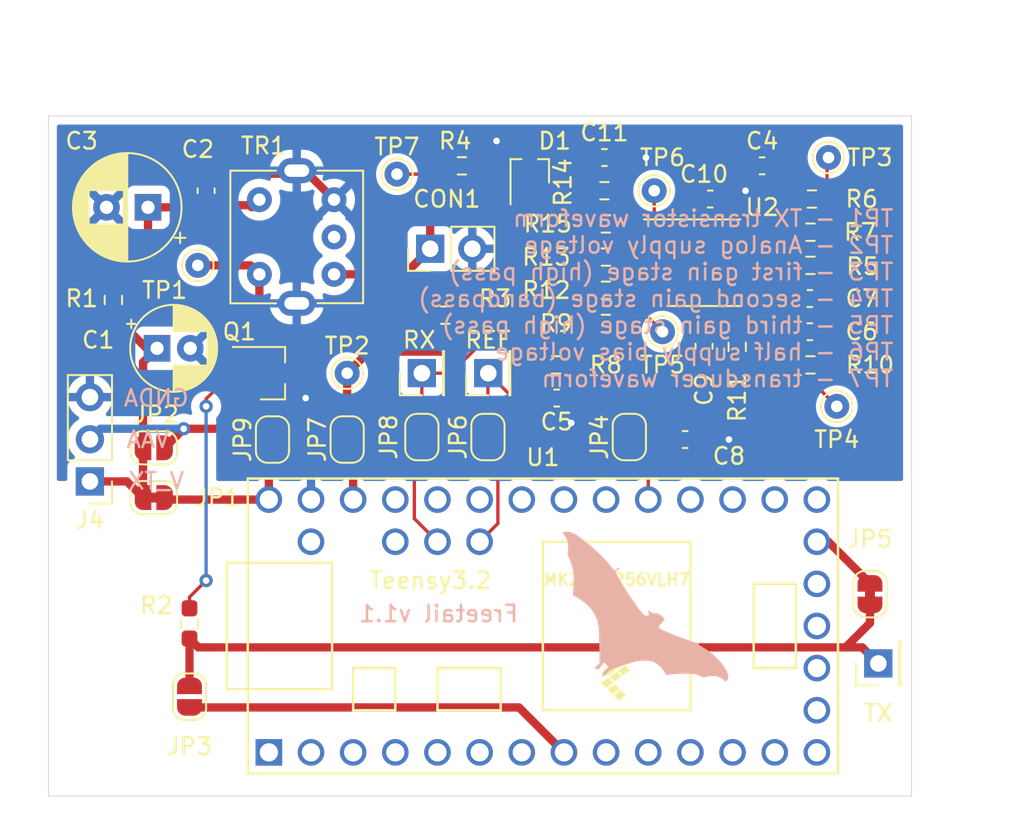
<source format=kicad_pcb>
(kicad_pcb (version 20211014) (generator pcbnew)
  (layers (0 "F.Cu" signal) (31 "B.Cu" signal) (34 "B.Paste" user) (35 "F.Paste" user) (36 "B.SilkS" user "B.Silkscreen") (37 "F.SilkS" user "F.Silkscreen") (38 "B.Mask" user) (39 "F.Mask" user) (44 "Edge.Cuts" user))
  (net 0 "")
  (net 1 "Net-(C2-Pad2)")
  (net 2 "Net-(C4-Pad2)")
  (net 3 "Net-(C4-Pad1)")
  (net 4 "Net-(C5-Pad2)")
  (net 5 "Net-(C6-Pad2)")
  (net 6 "Net-(C6-Pad1)")
  (net 7 "Net-(C7-Pad1)")
  (net 8 "Net-(C8-Pad1)")
  (net 9 "Net-(C9-Pad2)")
  (net 10 "Net-(C9-Pad1)")
  (net 11 "VAA")
  (net 12 "Net-(C11-Pad2)")
  (net 13 "Net-(CON1-Pad1)")
  (net 14 "Net-(J1-Pad1)")
  (net 15 "+5V")
  (net 16 "Net-(JP3-Pad2)")
  (net 17 "Net-(JP4-Pad1)")
  (net 18 "Net-(JP5-Pad2)")
  (net 19 "Net-(JP6-Pad1)")
  (net 20 "Net-(JP7-Pad1)")
  (net 21 "Net-(JP8-Pad2)")
  (net 22 "Net-(Q1-Pad3)")
  (net 23 "Net-(Q1-Pad1)")
  (net 24 "Net-(R5-Pad1)")
  (net 25 "Net-(R6-Pad1)")
  (net 26 "Net-(R12-Pad1)")
  (net 27 "Net-(R15-Pad2)")
  (net 28 "Net-(R8-Pad1)")
  (net 29 "Net-(R15-Pad1)")
  (net 60 "Net-(U2-Pad5)")
  (net 61 "Net-(U2-Pad10)")
  (net 62 "Net-(U2-Pad12)")
  (net 63 "GNDA")
  (net 64 "/V_TX")
  (footprint "Capacitor_THT:CP_Radial_D5.0mm_P2.00mm" (layer "F.Cu") (at 40.044888 35)
    (fp_text reference "C1" (at -3.544888 -0.5) (layer "F.SilkS"))
    (fp_text value "100uF")
    (pad "1" thru_hole rect locked (at 0 0) (size 1.6 1.6) (drill 0.8) (layers *.Cu *.Mask) (net 64 "/V_TX"))
    (pad "2" thru_hole circle locked (at 2 0) (size 1.6 1.6) (drill 0.8) (layers *.Cu *.Mask) (net 63 "GNDA"))
  )
  (footprint "Capacitor_SMD:C_0603_1608Metric_Pad1.08x0.95mm_HandSolder" (layer "F.Cu") (at 43 25.5 -90)
    (fp_text reference "C2" (at -2.5 0.5) (layer "F.SilkS"))
    (fp_text value "100nF")
    (pad "1" smd roundrect locked (at -0.8625 0 270) (size 1.075 0.95) (layers "F.Cu" "F.Paste" "F.Mask") (net 63 "GNDA"))
    (pad "2" smd roundrect locked (at 0.8625 0 270) (size 1.075 0.95) (layers "F.Cu" "F.Paste" "F.Mask") (net 1 "Net-(C2-Pad2)"))
  )
  (footprint "Capacitor_THT:CP_Radial_D6.3mm_P2.50mm" (layer "F.Cu") (at 39.5 26.5 180)
    (fp_text reference "C3" (at 4 4) (layer "F.SilkS"))
    (fp_text value "470uF")
    (pad "1" thru_hole rect locked (at 0 0 180) (size 1.6 1.6) (drill 0.8) (layers *.Cu *.Mask) (net 1 "Net-(C2-Pad2)"))
    (pad "2" thru_hole circle locked (at 2.5 0 180) (size 1.6 1.6) (drill 0.8) (layers *.Cu *.Mask) (net 63 "GNDA"))
  )
  (footprint "Capacitor_SMD:C_0603_1608Metric_Pad1.08x0.95mm_HandSolder" (layer "F.Cu") (at 76.5 24 180)
    (fp_text reference "C4" (at 0 1.5 180) (layer "F.SilkS"))
    (fp_text value "1.5nF")
    (pad "1" smd roundrect locked (at -0.8625 0 180) (size 1.075 0.95) (layers "F.Cu" "F.Paste" "F.Mask") (net 3 "Net-(C4-Pad1)"))
    (pad "2" smd roundrect locked (at 0.8625 0 180) (size 1.075 0.95) (layers "F.Cu" "F.Paste" "F.Mask") (net 2 "Net-(C4-Pad2)"))
  )
  (footprint "Capacitor_SMD:C_0603_1608Metric_Pad1.08x0.95mm_HandSolder" (layer "F.Cu") (at 79.375 34)
    (fp_text reference "C6" (at 3.125 0) (layer "F.SilkS"))
    (fp_text value "620pF")
    (pad "1" smd roundrect locked (at -0.8625 0) (size 1.075 0.95) (layers "F.Cu" "F.Paste" "F.Mask") (net 6 "Net-(C6-Pad1)"))
    (pad "2" smd roundrect locked (at 0.8625 0) (size 1.075 0.95) (layers "F.Cu" "F.Paste" "F.Mask") (net 5 "Net-(C6-Pad2)"))
  )
  (footprint "Capacitor_SMD:C_0603_1608Metric_Pad1.08x0.95mm_HandSolder" (layer "F.Cu") (at 79.375 32)
    (fp_text reference "C7" (at 3.125 0) (layer "F.SilkS"))
    (fp_text value "620pF")
    (pad "1" smd roundrect locked (at -0.8625 0) (size 1.075 0.95) (layers "F.Cu" "F.Paste" "F.Mask") (net 7 "Net-(C7-Pad1)"))
    (pad "2" smd roundrect locked (at 0.8625 0) (size 1.075 0.95) (layers "F.Cu" "F.Paste" "F.Mask") (net 5 "Net-(C6-Pad2)"))
  )
  (footprint "Capacitor_SMD:C_0603_1608Metric_Pad1.08x0.95mm_HandSolder" (layer "F.Cu") (at 71.8625 40.5)
    (fp_text reference "C8" (at 2.6375 1) (layer "F.SilkS"))
    (fp_text value "15nF")
    (pad "1" smd roundrect locked (at -0.8625 0) (size 1.075 0.95) (layers "F.Cu" "F.Paste" "F.Mask") (net 8 "Net-(C8-Pad1)"))
    (pad "2" smd roundrect locked (at 0.8625 0) (size 1.075 0.95) (layers "F.Cu" "F.Paste" "F.Mask") (net 63 "GNDA"))
  )
  (footprint "Capacitor_SMD:C_0603_1608Metric_Pad1.08x0.95mm_HandSolder" (layer "F.Cu") (at 73 34.875 -90)
    (fp_text reference "C9" (at 2.625 0 -90) (layer "F.SilkS"))
    (fp_text value "1nF")
    (pad "1" smd roundrect locked (at -0.8625 0 270) (size 1.075 0.95) (layers "F.Cu" "F.Paste" "F.Mask") (net 10 "Net-(C9-Pad1)"))
    (pad "2" smd roundrect locked (at 0.8625 0 270) (size 1.075 0.95) (layers "F.Cu" "F.Paste" "F.Mask") (net 9 "Net-(C9-Pad2)"))
  )
  (footprint "Capacitor_SMD:C_0603_1608Metric_Pad1.08x0.95mm_HandSolder" (layer "F.Cu") (at 73.375 26 180)
    (fp_text reference "C10" (at 0.375 1.5 180) (layer "F.SilkS"))
    (fp_text value "2.2uF")
    (pad "1" smd roundrect locked (at -0.8625 0 180) (size 1.075 0.95) (layers "F.Cu" "F.Paste" "F.Mask") (net 63 "GNDA"))
    (pad "2" smd roundrect locked (at 0.8625 0 180) (size 1.075 0.95) (layers "F.Cu" "F.Paste" "F.Mask") (net 11 "VAA"))
  )
  (footprint "Connector_PinHeader_2.54mm:PinHeader_1x02_P2.54mm_Vertical" (layer "F.Cu") (at 56.5 29 90)
    (fp_text reference "CON1" (at 3 1 180) (layer "F.SilkS"))
    (fp_text value "Transducer")
    (pad "1" thru_hole rect locked (at 0 0 90) (size 1.7 1.7) (drill 1) (layers *.Cu *.Mask) (net 13 "Net-(CON1-Pad1)"))
    (pad "2" thru_hole oval locked (at 0 2.54 90) (size 1.7 1.7) (drill 1) (layers *.Cu *.Mask) (net 63 "GNDA"))
  )
  (footprint "Package_TO_SOT_SMD:SOT-323_SC-70_Handsoldering" (layer "F.Cu") (at 62.5 24.33 90)
    (fp_text reference "D1" (at 1.83 1.5 180) (layer "F.SilkS"))
    (fp_text value "BAV99")
    (pad "1" smd rect locked (at -1.33 -0.65) (size 0.45 1.5) (layers "F.Cu" "F.Paste" "F.Mask") (net 2 "Net-(C4-Pad2)"))
    (pad "2" smd rect locked (at -1.33 0.65) (size 0.45 1.5) (layers "F.Cu" "F.Paste" "F.Mask") (net 2 "Net-(C4-Pad2)"))
    (pad "3" smd rect locked (at 1.33 0) (size 0.45 1.5) (layers "F.Cu" "F.Paste" "F.Mask") (net 63 "GNDA"))
  )
  (footprint "Connector_PinHeader_2.54mm:PinHeader_1x01_P2.54mm_Vertical" (layer "F.Cu") (at 83.5 54 90)
    (fp_text reference "J1")
    (fp_text value "TX" (at -3 0 180) (layer "F.SilkS"))
    (pad "1" thru_hole rect locked (at 0 0 90) (size 1.7 1.7) (drill 1) (layers *.Cu *.Mask) (net 14 "Net-(J1-Pad1)"))
  )
  (footprint "Connector_PinHeader_2.54mm:PinHeader_1x01_P2.54mm_Vertical" (layer "F.Cu") (at 60 36.5 90)
    (fp_text reference "J2")
    (fp_text value "REF" (at 2 0 180) (layer "F.SilkS"))
    (pad "1" thru_hole rect locked (at 0 0 90) (size 1.7 1.7) (drill 1) (layers *.Cu *.Mask) (net 4 "Net-(C5-Pad2)"))
  )
  (footprint "Connector_PinHeader_2.54mm:PinHeader_1x01_P2.54mm_Vertical" (layer "F.Cu") (at 56 36.5 90)
    (fp_text reference "J3")
    (fp_text value "RX" (at 2 -0.165 180) (layer "F.SilkS"))
    (pad "1" thru_hole rect locked (at 0 0 90) (size 1.7 1.7) (drill 1) (layers *.Cu *.Mask) (net 8 "Net-(C8-Pad1)"))
  )
  (footprint "Jumper:SolderJumper-2_P1.3mm_Bridged_RoundedPad1.0x1.5mm" (layer "F.Cu") (at 39.85 44 180)
    (fp_text reference "JP1" (at -3.85 0) (layer "F.SilkS"))
    (fp_text value "SolderJumper_2_Bridged")
    (fp_poly (pts (xy 0.25 -0.3) (xy -0.25 -0.3) (xy -0.25 0.3) (xy 0.25 0.3)) (layer "F.Cu") (width 0) (fill solid))
    (pad "1" smd custom locked (at -0.65 0 180) (size 1 0.5) (layers "F.Cu" "F.Mask") (net 15 "+5V") (options (clearance outline) (anchor rect)) (primitives (gr_circle (center 0 0.25) (end 0.5 0.25) (width 0) (fill yes)) (gr_circle (center 0 -0.25) (end 0.5 -0.25) (width 0) (fill yes)) (gr_poly (pts (xy 0.5 0.75) (xy 0 0.75) (xy 0 -0.75) (xy 0.5 -0.75)) (width 0) (fill yes))))
    (pad "2" smd custom locked (at 0.65 0 180) (size 1 0.5) (layers "F.Cu" "F.Mask") (net 64 "/V_TX") (options (clearance outline) (anchor rect)) (primitives (gr_circle (center 0 0.25) (end 0.5 0.25) (width 0) (fill yes)) (gr_circle (center 0 -0.25) (end 0.5 -0.25) (width 0) (fill yes)) (gr_poly (pts (xy 0 0.75) (xy -0.5 0.75) (xy -0.5 -0.75) (xy 0 -0.75)) (width 0) (fill yes))))
  )
  (footprint "Jumper:SolderJumper-2_P1.3mm_Open_RoundedPad1.0x1.5mm" (layer "F.Cu") (at 39.85 41)
    (fp_text reference "JP2" (at 0.15 -2) (layer "F.SilkS"))
    (fp_text value "SolderJumper_2_Open")
    (pad "1" smd custom locked (at -0.65 0) (size 1 0.5) (layers "F.Cu" "F.Mask") (net 64 "/V_TX") (options (clearance outline) (anchor rect)) (primitives (gr_circle (center 0 0.25) (end 0.5 0.25) (width 0) (fill yes)) (gr_circle (center 0 -0.25) (end 0.5 -0.25) (width 0) (fill yes)) (gr_poly (pts (xy 0.5 0.75) (xy 0 0.75) (xy 0 -0.75) (xy 0.5 -0.75)) (width 0) (fill yes))))
    (pad "2" smd custom locked (at 0.65 0) (size 1 0.5) (layers "F.Cu" "F.Mask") (net 11 "VAA") (options (clearance outline) (anchor rect)) (primitives (gr_circle (center 0 0.25) (end 0.5 0.25) (width 0) (fill yes)) (gr_circle (center 0 -0.25) (end 0.5 -0.25) (width 0) (fill yes)) (gr_poly (pts (xy 0 0.75) (xy -0.5 0.75) (xy -0.5 -0.75) (xy 0 -0.75)) (width 0) (fill yes))))
  )
  (footprint "Jumper:SolderJumper-2_P1.3mm_Open_RoundedPad1.0x1.5mm" (layer "F.Cu") (at 42 56 -90)
    (fp_text reference "JP3" (at 3 0 180) (layer "F.SilkS"))
    (fp_text value "SolderJumper_2_Open")
    (pad "1" smd custom locked (at -0.65 0 270) (size 1 0.5) (layers "F.Cu" "F.Mask") (net 14 "Net-(J1-Pad1)") (options (clearance outline) (anchor rect)) (primitives (gr_circle (center 0 0.25) (end 0.5 0.25) (width 0) (fill yes)) (gr_circle (center 0 -0.25) (end 0.5 -0.25) (width 0) (fill yes)) (gr_poly (pts (xy 0.5 0.75) (xy 0 0.75) (xy 0 -0.75) (xy 0.5 -0.75)) (width 0) (fill yes))))
    (pad "2" smd custom locked (at 0.65 0 270) (size 1 0.5) (layers "F.Cu" "F.Mask") (net 16 "Net-(JP3-Pad2)") (options (clearance outline) (anchor rect)) (primitives (gr_circle (center 0 0.25) (end 0.5 0.25) (width 0) (fill yes)) (gr_circle (center 0 -0.25) (end 0.5 -0.25) (width 0) (fill yes)) (gr_poly (pts (xy 0 0.75) (xy -0.5 0.75) (xy -0.5 -0.75) (xy 0 -0.75)) (width 0) (fill yes))))
  )
  (footprint "Jumper:SolderJumper-2_P1.3mm_Bridged_RoundedPad1.0x1.5mm" (layer "F.Cu") (at 68.5 40.35 90)
    (fp_text reference "JP4" (at 0 -1.8 90) (layer "F.SilkS"))
    (fp_text value "SolderJumper_2_Bridged")
    (fp_poly (pts (xy 0.25 -0.3) (xy -0.25 -0.3) (xy -0.25 0.3) (xy 0.25 0.3)) (layer "F.Cu") (width 0) (fill solid))
    (pad "1" smd custom locked (at -0.65 0 90) (size 1 0.5) (layers "F.Cu" "F.Mask") (net 17 "Net-(JP4-Pad1)") (options (clearance outline) (anchor rect)) (primitives (gr_circle (center 0 0.25) (end 0.5 0.25) (width 0) (fill yes)) (gr_circle (center 0 -0.25) (end 0.5 -0.25) (width 0) (fill yes)) (gr_poly (pts (xy 0.5 0.75) (xy 0 0.75) (xy 0 -0.75) (xy 0.5 -0.75)) (width 0) (fill yes))))
    (pad "2" smd custom locked (at 0.65 0 90) (size 1 0.5) (layers "F.Cu" "F.Mask") (net 8 "Net-(C8-Pad1)") (options (clearance outline) (anchor rect)) (primitives (gr_circle (center 0 0.25) (end 0.5 0.25) (width 0) (fill yes)) (gr_circle (center 0 -0.25) (end 0.5 -0.25) (width 0) (fill yes)) (gr_poly (pts (xy 0 0.75) (xy -0.5 0.75) (xy -0.5 -0.75) (xy 0 -0.75)) (width 0) (fill yes))))
  )
  (footprint "Jumper:SolderJumper-2_P1.3mm_Bridged_RoundedPad1.0x1.5mm" (layer "F.Cu") (at 83 49.82 90)
    (fp_text reference "JP5" (at 3.32 0 180) (layer "F.SilkS"))
    (fp_text value "SolderJumper_2_Bridged")
    (fp_poly (pts (xy 0.25 -0.3) (xy -0.25 -0.3) (xy -0.25 0.3) (xy 0.25 0.3)) (layer "F.Cu") (width 0) (fill solid))
    (pad "1" smd custom locked (at -0.65 0 90) (size 1 0.5) (layers "F.Cu" "F.Mask") (net 14 "Net-(J1-Pad1)") (options (clearance outline) (anchor rect)) (primitives (gr_circle (center 0 0.25) (end 0.5 0.25) (width 0) (fill yes)) (gr_circle (center 0 -0.25) (end 0.5 -0.25) (width 0) (fill yes)) (gr_poly (pts (xy 0.5 0.75) (xy 0 0.75) (xy 0 -0.75) (xy 0.5 -0.75)) (width 0) (fill yes))))
    (pad "2" smd custom locked (at 0.65 0 90) (size 1 0.5) (layers "F.Cu" "F.Mask") (net 18 "Net-(JP5-Pad2)") (options (clearance outline) (anchor rect)) (primitives (gr_circle (center 0 0.25) (end 0.5 0.25) (width 0) (fill yes)) (gr_circle (center 0 -0.25) (end 0.5 -0.25) (width 0) (fill yes)) (gr_poly (pts (xy 0 0.75) (xy -0.5 0.75) (xy -0.5 -0.75) (xy 0 -0.75)) (width 0) (fill yes))))
  )
  (footprint "Jumper:SolderJumper-2_P1.3mm_Bridged_RoundedPad1.0x1.5mm" (layer "F.Cu") (at 59.98 40.35 90)
    (fp_text reference "JP6" (at 0 -1.8 90) (layer "F.SilkS"))
    (fp_text value "SolderJumper_2_Bridged")
    (fp_poly (pts (xy 0.25 -0.3) (xy -0.25 -0.3) (xy -0.25 0.3) (xy 0.25 0.3)) (layer "F.Cu") (width 0) (fill solid))
    (pad "1" smd custom locked (at -0.65 0 90) (size 1 0.5) (layers "F.Cu" "F.Mask") (net 19 "Net-(JP6-Pad1)") (options (clearance outline) (anchor rect)) (primitives (gr_circle (center 0 0.25) (end 0.5 0.25) (width 0) (fill yes)) (gr_circle (center 0 -0.25) (end 0.5 -0.25) (width 0) (fill yes)) (gr_poly (pts (xy 0.5 0.75) (xy 0 0.75) (xy 0 -0.75) (xy 0.5 -0.75)) (width 0) (fill yes))))
    (pad "2" smd custom locked (at 0.65 0 90) (size 1 0.5) (layers "F.Cu" "F.Mask") (net 4 "Net-(C5-Pad2)") (options (clearance outline) (anchor rect)) (primitives (gr_circle (center 0 0.25) (end 0.5 0.25) (width 0) (fill yes)) (gr_circle (center 0 -0.25) (end 0.5 -0.25) (width 0) (fill yes)) (gr_poly (pts (xy 0 0.75) (xy -0.5 0.75) (xy -0.5 -0.75) (xy 0 -0.75)) (width 0) (fill yes))))
  )
  (footprint "Jumper:SolderJumper-2_P1.3mm_Bridged_RoundedPad1.0x1.5mm" (layer "F.Cu") (at 51.5 40.5 90)
    (fp_text reference "JP7" (at 0 -1.8 90) (layer "F.SilkS"))
    (fp_text value "SolderJumper_2_Bridged" hide)
    (fp_poly (pts (xy 0.25 -0.3) (xy -0.25 -0.3) (xy -0.25 0.3) (xy 0.25 0.3)) (layer "F.Cu") (width 0) (fill solid))
    (pad "1" smd custom locked (at -0.65 0 90) (size 1 0.5) (layers "F.Cu" "F.Mask") (net 20 "Net-(JP7-Pad1)") (options (clearance outline) (anchor rect)) (primitives (gr_circle (center 0 0.25) (end 0.5 0.25) (width 0) (fill yes)) (gr_circle (center 0 -0.25) (end 0.5 -0.25) (width 0) (fill yes)) (gr_poly (pts (xy 0.5 0.75) (xy 0 0.75) (xy 0 -0.75) (xy 0.5 -0.75)) (width 0) (fill yes))))
    (pad "2" smd custom locked (at 0.65 0 90) (size 1 0.5) (layers "F.Cu" "F.Mask") (net 11 "VAA") (options (clearance outline) (anchor rect)) (primitives (gr_circle (center 0 0.25) (end 0.5 0.25) (width 0) (fill yes)) (gr_circle (center 0 -0.25) (end 0.5 -0.25) (width 0) (fill yes)) (gr_poly (pts (xy 0 0.75) (xy -0.5 0.75) (xy -0.5 -0.75) (xy 0 -0.75)) (width 0) (fill yes))))
  )
  (footprint "Jumper:SolderJumper-2_P1.3mm_Bridged_RoundedPad1.0x1.5mm" (layer "F.Cu") (at 56 40.35 -90)
    (fp_text reference "JP8" (at 0 2 90) (layer "F.SilkS"))
    (fp_text value "SolderJumper_2_Bridged")
    (fp_poly (pts (xy 0.25 -0.3) (xy -0.25 -0.3) (xy -0.25 0.3) (xy 0.25 0.3)) (layer "F.Cu") (width 0) (fill solid))
    (pad "1" smd custom locked (at -0.65 0 270) (size 1 0.5) (layers "F.Cu" "F.Mask") (net 8 "Net-(C8-Pad1)") (options (clearance outline) (anchor rect)) (primitives (gr_circle (center 0 0.25) (end 0.5 0.25) (width 0) (fill yes)) (gr_circle (center 0 -0.25) (end 0.5 -0.25) (width 0) (fill yes)) (gr_poly (pts (xy 0.5 0.75) (xy 0 0.75) (xy 0 -0.75) (xy 0.5 -0.75)) (width 0) (fill yes))))
    (pad "2" smd custom locked (at 0.65 0 270) (size 1 0.5) (layers "F.Cu" "F.Mask") (net 21 "Net-(JP8-Pad2)") (options (clearance outline) (anchor rect)) (primitives (gr_circle (center 0 0.25) (end 0.5 0.25) (width 0) (fill yes)) (gr_circle (center 0 -0.25) (end 0.5 -0.25) (width 0) (fill yes)) (gr_poly (pts (xy 0 0.75) (xy -0.5 0.75) (xy -0.5 -0.75) (xy 0 -0.75)) (width 0) (fill yes))))
  )
  (footprint "Jumper:SolderJumper-2_P1.3mm_Open_RoundedPad1.0x1.5mm" (layer "F.Cu") (at 47 40.5 90)
    (fp_text reference "JP9" (at 0 -1.8 90) (layer "F.SilkS"))
    (fp_text value "SolderJumper_2_Open" hide)
    (pad "1" smd custom locked (at -0.65 0 90) (size 1 0.5) (layers "F.Cu" "F.Mask") (net 15 "+5V") (options (clearance outline) (anchor rect)) (primitives (gr_circle (center 0 0.25) (end 0.5 0.25) (width 0) (fill yes)) (gr_circle (center 0 -0.25) (end 0.5 -0.25) (width 0) (fill yes)) (gr_poly (pts (xy 0.5 0.75) (xy 0 0.75) (xy 0 -0.75) (xy 0.5 -0.75)) (width 0) (fill yes))))
    (pad "2" smd custom locked (at 0.65 0 90) (size 1 0.5) (layers "F.Cu" "F.Mask") (net 11 "VAA") (options (clearance outline) (anchor rect)) (primitives (gr_circle (center 0 0.25) (end 0.5 0.25) (width 0) (fill yes)) (gr_circle (center 0 -0.25) (end 0.5 -0.25) (width 0) (fill yes)) (gr_poly (pts (xy 0 0.75) (xy -0.5 0.75) (xy -0.5 -0.75) (xy 0 -0.75)) (width 0) (fill yes))))
  )
  (footprint "Package_TO_SOT_SMD:SOT-23_Handsoldering" (layer "F.Cu") (at 47 36.5)
    (fp_text reference "Q1" (at -2 -2.5) (layer "F.SilkS"))
    (fp_text value "S8050")
    (pad "1" smd rect locked (at -1.5 -0.95) (size 1.9 0.8) (layers "F.Cu" "F.Paste" "F.Mask") (net 23 "Net-(Q1-Pad1)"))
    (pad "2" smd rect locked (at -1.5 0.95) (size 1.9 0.8) (layers "F.Cu" "F.Paste" "F.Mask") (net 63 "GNDA"))
    (pad "3" smd rect locked (at 1.5 0) (size 1.9 0.8) (layers "F.Cu" "F.Paste" "F.Mask") (net 22 "Net-(Q1-Pad3)"))
  )
  (footprint "Resistor_SMD:R_0603_1608Metric_Pad0.98x0.95mm_HandSolder" (layer "F.Cu") (at 37.4125 32.0875 -90)
    (fp_text reference "R1" (at -0.0875 1.9125 180) (layer "F.SilkS"))
    (fp_text value "27R")
    (pad "1" smd roundrect locked (at -0.9125 0 270) (size 0.975 0.95) (layers "F.Cu" "F.Paste" "F.Mask") (net 1 "Net-(C2-Pad2)"))
    (pad "2" smd roundrect locked (at 0.9125 0 270) (size 0.975 0.95) (layers "F.Cu" "F.Paste" "F.Mask") (net 64 "/V_TX"))
  )
  (footprint "Resistor_SMD:R_0603_1608Metric_Pad0.98x0.95mm_HandSolder" (layer "F.Cu") (at 42 51.5875 90)
    (fp_text reference "R2" (at 1.0875 -2 180) (layer "F.SilkS"))
    (fp_text value "1k")
    (pad "1" smd roundrect locked (at -0.9125 0 90) (size 0.975 0.95) (layers "F.Cu" "F.Paste" "F.Mask") (net 14 "Net-(J1-Pad1)"))
    (pad "2" smd roundrect locked (at 0.9125 0 90) (size 0.975 0.95) (layers "F.Cu" "F.Paste" "F.Mask") (net 23 "Net-(Q1-Pad1)"))
  )
  (footprint "Resistor_SMD:R_0603_1608Metric_Pad0.98x0.95mm_HandSolder" (layer "F.Cu") (at 57.4125 33 180)
    (fp_text reference "R3" (at -3 1) (layer "F.SilkS"))
    (fp_text value "56k")
    (pad "1" smd roundrect locked (at -0.9125 0 180) (size 0.975 0.95) (layers "F.Cu" "F.Paste" "F.Mask") (net 63 "GNDA"))
    (pad "2" smd roundrect locked (at 0.9125 0 180) (size 0.975 0.95) (layers "F.Cu" "F.Paste" "F.Mask") (net 13 "Net-(CON1-Pad1)"))
  )
  (footprint "Resistor_SMD:R_0603_1608Metric_Pad0.98x0.95mm_HandSolder" (layer "F.Cu") (at 58.4125 24 180)
    (fp_text reference "R4" (at 0.4125 1.5) (layer "F.SilkS"))
    (fp_text value "10k")
    (pad "1" smd roundrect locked (at -0.9125 0 180) (size 0.975 0.95) (layers "F.Cu" "F.Paste" "F.Mask") (net 2 "Net-(C4-Pad2)"))
    (pad "2" smd roundrect locked (at 0.9125 0 180) (size 0.975 0.95) (layers "F.Cu" "F.Paste" "F.Mask") (net 13 "Net-(CON1-Pad1)"))
  )
  (footprint "Resistor_SMD:R_0603_1608Metric_Pad0.98x0.95mm_HandSolder" (layer "F.Cu") (at 79.4125 30)
    (fp_text reference "R5" (at 3.1325 0.07) (layer "F.SilkS"))
    (fp_text value "1k")
    (pad "1" smd roundrect locked (at -0.9125 0) (size 0.975 0.95) (layers "F.Cu" "F.Paste" "F.Mask") (net 24 "Net-(R5-Pad1)"))
    (pad "2" smd roundrect locked (at 0.9125 0) (size 0.975 0.95) (layers "F.Cu" "F.Paste" "F.Mask") (net 5 "Net-(C6-Pad2)"))
  )
  (footprint "Resistor_SMD:R_0603_1608Metric_Pad0.98x0.95mm_HandSolder" (layer "F.Cu") (at 79.5 26 180)
    (fp_text reference "R6" (at -3 0) (layer "F.SilkS"))
    (fp_text value "120k")
    (pad "1" smd roundrect locked (at -0.9125 0 180) (size 0.975 0.95) (layers "F.Cu" "F.Paste" "F.Mask") (net 25 "Net-(R6-Pad1)"))
    (pad "2" smd roundrect locked (at 0.9125 0 180) (size 0.975 0.95) (layers "F.Cu" "F.Paste" "F.Mask") (net 3 "Net-(C4-Pad1)"))
  )
  (footprint "Resistor_SMD:R_0603_1608Metric_Pad0.98x0.95mm_HandSolder" (layer "F.Cu") (at 79.4125 28 180)
    (fp_text reference "R7" (at -3 0) (layer "F.SilkS"))
    (fp_text value "6k8")
    (pad "1" smd roundrect locked (at -0.9125 0 180) (size 0.975 0.95) (layers "F.Cu" "F.Paste" "F.Mask") (net 5 "Net-(C6-Pad2)"))
    (pad "2" smd roundrect locked (at 0.9125 0 180) (size 0.975 0.95) (layers "F.Cu" "F.Paste" "F.Mask") (net 25 "Net-(R6-Pad1)"))
  )
  (footprint "Resistor_SMD:R_0603_1608Metric_Pad0.98x0.95mm_HandSolder" (layer "F.Cu") (at 64.0875 36 180)
    (fp_text reference "R8" (at -3 0) (layer "F.SilkS"))
    (fp_text value "100R")
    (pad "1" smd roundrect locked (at -0.9125 0 180) (size 0.975 0.95) (layers "F.Cu" "F.Paste" "F.Mask") (net 28 "Net-(R8-Pad1)"))
    (pad "2" smd roundrect locked (at 0.9125 0 180) (size 0.975 0.95) (layers "F.Cu" "F.Paste" "F.Mask") (net 4 "Net-(C5-Pad2)"))
  )
  (footprint "Resistor_SMD:R_0603_1608Metric_Pad0.98x0.95mm_HandSolder" (layer "F.Cu") (at 67.0875 33.5)
    (fp_text reference "R9" (at -3 0) (layer "F.SilkS"))
    (fp_text value "100R")
    (pad "1" smd roundrect locked (at -0.9125 0) (size 0.975 0.95) (layers "F.Cu" "F.Paste" "F.Mask") (net 8 "Net-(C8-Pad1)"))
    (pad "2" smd roundrect locked (at 0.9125 0) (size 0.975 0.95) (layers "F.Cu" "F.Paste" "F.Mask") (net 26 "Net-(R12-Pad1)"))
  )
  (footprint "Resistor_SMD:R_0603_1608Metric_Pad0.98x0.95mm_HandSolder" (layer "F.Cu") (at 79.4125 36)
    (fp_text reference "R10" (at 3.5875 0) (layer "F.SilkS"))
    (fp_text value "56k")
    (pad "1" smd roundrect locked (at -0.9125 0) (size 0.975 0.95) (layers "F.Cu" "F.Paste" "F.Mask") (net 6 "Net-(C6-Pad1)"))
    (pad "2" smd roundrect locked (at 0.9125 0) (size 0.975 0.95) (layers "F.Cu" "F.Paste" "F.Mask") (net 7 "Net-(C7-Pad1)"))
  )
  (footprint "Resistor_SMD:R_0603_1608Metric_Pad0.98x0.95mm_HandSolder" (layer "F.Cu") (at 75 34.9125 -90)
    (fp_text reference "R11" (at 3.0875 0 90) (layer "F.SilkS"))
    (fp_text value "10k")
    (pad "1" smd roundrect locked (at -0.9125 0 270) (size 0.975 0.95) (layers "F.Cu" "F.Paste" "F.Mask") (net 7 "Net-(C7-Pad1)"))
    (pad "2" smd roundrect locked (at 0.9125 0 270) (size 0.975 0.95) (layers "F.Cu" "F.Paste" "F.Mask") (net 9 "Net-(C9-Pad2)"))
  )
  (footprint "Resistor_SMD:R_0603_1608Metric_Pad0.98x0.95mm_HandSolder" (layer "F.Cu") (at 67.0875 31.5)
    (fp_text reference "R12" (at -3.5875 0) (layer "F.SilkS"))
    (fp_text value "56k")
    (pad "1" smd roundrect locked (at -0.9125 0) (size 0.975 0.95) (layers "F.Cu" "F.Paste" "F.Mask") (net 26 "Net-(R12-Pad1)"))
    (pad "2" smd roundrect locked (at 0.9125 0) (size 0.975 0.95) (layers "F.Cu" "F.Paste" "F.Mask") (net 10 "Net-(C9-Pad1)"))
  )
  (footprint "Resistor_SMD:R_0603_1608Metric_Pad0.98x0.95mm_HandSolder" (layer "F.Cu") (at 67.0875 29.5 180)
    (fp_text reference "R13" (at 3.5875 0) (layer "F.SilkS"))
    (fp_text value "3k3")
    (pad "1" smd roundrect locked (at -0.9125 0 180) (size 0.975 0.95) (layers "F.Cu" "F.Paste" "F.Mask") (net 11 "VAA"))
    (pad "2" smd roundrect locked (at 0.9125 0 180) (size 0.975 0.95) (layers "F.Cu" "F.Paste" "F.Mask") (net 12 "Net-(C11-Pad2)"))
  )
  (footprint "Resistor_SMD:R_0603_1608Metric_Pad0.98x0.95mm_HandSolder" (layer "F.Cu") (at 67 25.5 180)
    (fp_text reference "R14" (at 2.5 0.5 90) (layer "F.SilkS"))
    (fp_text value "3k3")
    (pad "1" smd roundrect locked (at -0.9125 0 180) (size 0.975 0.95) (layers "F.Cu" "F.Paste" "F.Mask") (net 63 "GNDA"))
    (pad "2" smd roundrect locked (at 0.9125 0 180) (size 0.975 0.95) (layers "F.Cu" "F.Paste" "F.Mask") (net 12 "Net-(C11-Pad2)"))
  )
  (footprint "Resistor_SMD:R_0603_1608Metric_Pad0.98x0.95mm_HandSolder" (layer "F.Cu") (at 67.0875 27.5 180)
    (fp_text reference "R15" (at 3.5 0) (layer "F.SilkS"))
    (fp_text value "3k3")
    (pad "1" smd roundrect locked (at -0.9125 0 180) (size 0.975 0.95) (layers "F.Cu" "F.Paste" "F.Mask") (net 29 "Net-(R15-Pad1)"))
    (pad "2" smd roundrect locked (at 0.9125 0 180) (size 0.975 0.95) (layers "F.Cu" "F.Paste" "F.Mask") (net 27 "Net-(R15-Pad2)"))
  )
  (footprint "TestPoint:TestPoint_THTPad_D1.5mm_Drill0.7mm" (layer "F.Cu") (at 42.5 30)
    (fp_text reference "TP1" (at -2 1.5) (layer "F.SilkS"))
    (fp_text value "TestPoint")
    (pad "1" thru_hole circle locked (at 0 0) (size 1.5 1.5) (drill 0.7) (layers *.Cu *.Mask) (net 22 "Net-(Q1-Pad3)"))
  )
  (footprint "TestPoint:TestPoint_THTPad_D1.5mm_Drill0.7mm" (layer "F.Cu") (at 51.5 36.5)
    (fp_text reference "TP2" (at 0 -1.648) (layer "F.SilkS"))
    (fp_text value "TestPoint")
    (pad "1" thru_hole circle locked (at 0 0) (size 1.5 1.5) (drill 0.7) (layers *.Cu *.Mask) (net 11 "VAA"))
  )
  (footprint "TestPoint:TestPoint_THTPad_D1.5mm_Drill0.7mm" (layer "F.Cu") (at 80.5 23.5)
    (fp_text reference "TP3" (at 2.5 0) (layer "F.SilkS"))
    (fp_text value "TestPoint")
    (pad "1" thru_hole circle locked (at 0 0) (size 1.5 1.5) (drill 0.7) (layers *.Cu *.Mask) (net 25 "Net-(R6-Pad1)"))
  )
  (footprint "TestPoint:TestPoint_THTPad_D1.5mm_Drill0.7mm" (layer "F.Cu") (at 81 38.5)
    (fp_text reference "TP4" (at 0 2) (layer "F.SilkS"))
    (fp_text value "TestPoint")
    (pad "1" thru_hole circle locked (at 0 0) (size 1.5 1.5) (drill 0.7) (layers *.Cu *.Mask) (net 7 "Net-(C7-Pad1)"))
  )
  (footprint "TestPoint:TestPoint_THTPad_D1.5mm_Drill0.7mm" (layer "F.Cu") (at 70.5 34)
    (fp_text reference "TP5" (at 0 2) (layer "F.SilkS"))
    (fp_text value "TestPoint")
    (pad "1" thru_hole circle locked (at 0 0) (size 1.5 1.5) (drill 0.7) (layers *.Cu *.Mask) (net 26 "Net-(R12-Pad1)"))
  )
  (footprint "TestPoint:TestPoint_THTPad_D1.5mm_Drill0.7mm" (layer "F.Cu") (at 70 25.5)
    (fp_text reference "TP6" (at 0.5 -2) (layer "F.SilkS"))
    (fp_text value "TestPoint")
    (pad "1" thru_hole circle locked (at 0 0) (size 1.5 1.5) (drill 0.7) (layers *.Cu *.Mask) (net 29 "Net-(R15-Pad1)"))
  )
  (footprint "transformer:Ultrasonic transformer" (layer "F.Cu") (at 46.21 26.04)
    (fp_text reference "TR1" (at 0.25 -3.25) (layer "F.SilkS"))
    (fp_text value "10:1 step-up 7-8mH secondary")
    (pad "1" thru_hole circle (at 4.5 4.5) (size 1.5 1.5) (drill 0.75) (layers *.Cu *.Mask) (net 13 "Net-(CON1-Pad1)"))
    (pad "2" thru_hole circle (at 4.5 2.25) (size 1.5 1.5) (drill 0.75) (layers *.Cu *.Mask))
    (pad "3" thru_hole circle (at 4.5 0) (size 1.5 1.5) (drill 0.75) (layers *.Cu *.Mask) (net 63 "GNDA"))
    (pad "4" thru_hole circle (at 0 0) (size 1.5 1.5) (drill 0.75) (layers *.Cu *.Mask) (net 1 "Net-(C2-Pad2)"))
    (pad "6" thru_hole circle (at 0 4.5) (size 1.5 1.5) (drill 0.75) (layers *.Cu *.Mask) (net 22 "Net-(Q1-Pad3)"))
    (pad "7" thru_hole oval (at 2.25 -1.75) (size 2.25 1.5) (drill oval 1.5 0.75) (layers *.Cu *.Mask) (net 63 "GNDA"))
    (pad "8" thru_hole oval (at 2.25 6.25) (size 2.25 1.5) (drill oval 1.5 0.75) (layers *.Cu *.Mask) (net 63 "GNDA"))
  )
  (footprint "transformer:Teensy32" (layer "F.Cu") (at 63.29 51.74)
    (fp_text reference "U1" (at 0 -10.16) (layer "F.SilkS"))
    (fp_text value "Teensy3.2" (at -6.79 -2.74) (layer "F.SilkS"))
    (fp_text user "MK20DX256VLH7" (at 4.445 -2.794) (layer "F.SilkS") (effects (font (size 0.7 0.7))))
    (pad "1" thru_hole rect (at -16.51 7.62) (size 1.6 1.6) (drill 1.1) (layers *.Cu *.Mask))
    (pad "2" thru_hole circle (at -13.97 7.62) (size 1.6 1.6) (drill 1.1) (layers *.Cu *.Mask))
    (pad "3" thru_hole circle (at -11.43 7.62) (size 1.6 1.6) (drill 1.1) (layers *.Cu *.Mask))
    (pad "4" thru_hole circle (at -8.89 7.62) (size 1.6 1.6) (drill 1.1) (layers *.Cu *.Mask))
    (pad "5" thru_hole circle (at -6.35 7.62) (size 1.6 1.6) (drill 1.1) (layers *.Cu *.Mask))
    (pad "6" thru_hole circle (at -3.81 7.62) (size 1.6 1.6) (drill 1.1) (layers *.Cu *.Mask))
    (pad "7" thru_hole circle (at -1.27 7.62) (size 1.6 1.6) (drill 1.1) (layers *.Cu *.Mask))
    (pad "8" thru_hole circle (at 1.27 7.62) (size 1.6 1.6) (drill 1.1) (layers *.Cu *.Mask) (net 16 "Net-(JP3-Pad2)"))
    (pad "9" thru_hole circle (at 3.81 7.62) (size 1.6 1.6) (drill 1.1) (layers *.Cu *.Mask))
    (pad "10" thru_hole circle (at 6.35 7.62) (size 1.6 1.6) (drill 1.1) (layers *.Cu *.Mask))
    (pad "11" thru_hole circle (at 8.89 7.62) (size 1.6 1.6) (drill 1.1) (layers *.Cu *.Mask))
    (pad "12" thru_hole circle (at 11.43 7.62) (size 1.6 1.6) (drill 1.1) (layers *.Cu *.Mask))
    (pad "13" thru_hole circle (at 13.97 7.62) (size 1.6 1.6) (drill 1.1) (layers *.Cu *.Mask))
    (pad "14" thru_hole circle (at 16.51 7.62) (size 1.6 1.6) (drill 1.1) (layers *.Cu *.Mask))
    (pad "15" thru_hole circle (at 16.51 5.08) (size 1.6 1.6) (drill 1.1) (layers *.Cu *.Mask))
    (pad "16" thru_hole circle (at 16.51 2.54) (size 1.6 1.6) (drill 1.1) (layers *.Cu *.Mask))
    (pad "17" thru_hole circle (at 16.51 0) (size 1.6 1.6) (drill 1.1) (layers *.Cu *.Mask))
    (pad "18" thru_hole circle (at 16.51 -2.54) (size 1.6 1.6) (drill 1.1) (layers *.Cu *.Mask))
    (pad "19" thru_hole circle (at 16.51 -5.08) (size 1.6 1.6) (drill 1.1) (layers *.Cu *.Mask) (net 18 "Net-(JP5-Pad2)"))
    (pad "20" thru_hole circle (at 16.51 -7.62) (size 1.6 1.6) (drill 1.1) (layers *.Cu *.Mask))
    (pad "21" thru_hole circle (at 13.97 -7.62) (size 1.6 1.6) (drill 1.1) (layers *.Cu *.Mask))
    (pad "22" thru_hole circle (at 11.43 -7.62) (size 1.6 1.6) (drill 1.1) (layers *.Cu *.Mask))
    (pad "23" thru_hole circle (at 8.89 -7.62) (size 1.6 1.6) (drill 1.1) (layers *.Cu *.Mask))
    (pad "24" thru_hole circle (at 6.35 -7.62) (size 1.6 1.6) (drill 1.1) (layers *.Cu *.Mask) (net 17 "Net-(JP4-Pad1)"))
    (pad "25" thru_hole circle (at 3.81 -7.62) (size 1.6 1.6) (drill 1.1) (layers *.Cu *.Mask))
    (pad "26" thru_hole circle (at 1.27 -7.62) (size 1.6 1.6) (drill 1.1) (layers *.Cu *.Mask))
    (pad "27" thru_hole circle (at -1.27 -7.62) (size 1.6 1.6) (drill 1.1) (layers *.Cu *.Mask))
    (pad "28" thru_hole circle (at -3.81 -7.62) (size 1.6 1.6) (drill 1.1) (layers *.Cu *.Mask))
    (pad "29" thru_hole circle (at -6.35 -7.62) (size 1.6 1.6) (drill 1.1) (layers *.Cu *.Mask))
    (pad "30" thru_hole circle (at -8.89 -7.62) (size 1.6 1.6) (drill 1.1) (layers *.Cu *.Mask))
    (pad "31" thru_hole circle (at -11.43 -7.62) (size 1.6 1.6) (drill 1.1) (layers *.Cu *.Mask) (net 20 "Net-(JP7-Pad1)"))
    (pad "32" thru_hole circle (at -13.97 -7.62) (size 1.6 1.6) (drill 1.1) (layers *.Cu *.Mask) (net 63 "GNDA"))
    (pad "33" thru_hole circle (at -16.51 -7.62) (size 1.6 1.6) (drill 1.1) (layers *.Cu *.Mask) (net 15 "+5V"))
    (pad "34" thru_hole circle (at -13.97 -5.08) (size 1.6 1.6) (drill 1.1) (layers *.Cu *.Mask))
    (pad "35" thru_hole circle (at -8.89 -5.08) (size 1.6 1.6) (drill 1.1) (layers *.Cu *.Mask))
    (pad "36" thru_hole circle (at -6.35 -5.08) (size 1.6 1.6) (drill 1.1) (layers *.Cu *.Mask) (net 21 "Net-(JP8-Pad2)"))
    (pad "37" thru_hole circle (at -3.81 -5.08) (size 1.6 1.6) (drill 1.1) (layers *.Cu *.Mask) (net 19 "Net-(JP6-Pad1)"))
  )
  (footprint "Package_SO:TSSOP-14_4.4x5mm_P0.65mm" (layer "F.Cu") (at 72.9825 29.84)
    (fp_text reference "U2" (at 3.5175 -3.34) (layer "F.SilkS"))
    (fp_text value "LMV324")
    (pad "1" smd roundrect locked (at -2.8625 -1.95) (size 1.475 0.4) (layers "F.Cu" "F.Paste" "F.Mask") (net 29 "Net-(R15-Pad1)"))
    (pad "2" smd roundrect locked (at -2.8625 -1.3) (size 1.475 0.4) (layers "F.Cu" "F.Paste" "F.Mask") (net 27 "Net-(R15-Pad2)"))
    (pad "3" smd roundrect locked (at -2.8625 -0.65) (size 1.475 0.4) (layers "F.Cu" "F.Paste" "F.Mask") (net 12 "Net-(C11-Pad2)"))
    (pad "4" smd roundrect locked (at -2.8625 0) (size 1.475 0.4) (layers "F.Cu" "F.Paste" "F.Mask") (net 11 "VAA"))
    (pad "5" smd roundrect locked (at -2.8625 0.65) (size 1.475 0.4) (layers "F.Cu" "F.Paste" "F.Mask") (net 60 "Net-(U2-Pad5)"))
    (pad "6" smd roundrect locked (at -2.8625 1.3) (size 1.475 0.4) (layers "F.Cu" "F.Paste" "F.Mask") (net 10 "Net-(C9-Pad1)"))
    (pad "7" smd roundrect locked (at -2.8625 1.95) (size 1.475 0.4) (layers "F.Cu" "F.Paste" "F.Mask") (net 26 "Net-(R12-Pad1)"))
    (pad "8" smd roundrect locked (at 2.8625 1.95) (size 1.475 0.4) (layers "F.Cu" "F.Paste" "F.Mask") (net 7 "Net-(C7-Pad1)"))
    (pad "9" smd roundrect locked (at 2.8625 1.3) (size 1.475 0.4) (layers "F.Cu" "F.Paste" "F.Mask") (net 6 "Net-(C6-Pad1)"))
    (pad "10" smd roundrect locked (at 2.8625 0.65) (size 1.475 0.4) (layers "F.Cu" "F.Paste" "F.Mask") (net 61 "Net-(U2-Pad10)"))
    (pad "11" smd roundrect locked (at 2.8625 0) (size 1.475 0.4) (layers "F.Cu" "F.Paste" "F.Mask") (net 63 "GNDA"))
    (pad "12" smd roundrect locked (at 2.8625 -0.65) (size 1.475 0.4) (layers "F.Cu" "F.Paste" "F.Mask") (net 62 "Net-(U2-Pad12)"))
    (pad "13" smd roundrect locked (at 2.8625 -1.3) (size 1.475 0.4) (layers "F.Cu" "F.Paste" "F.Mask") (net 3 "Net-(C4-Pad1)"))
    (pad "14" smd roundrect locked (at 2.8625 -1.95) (size 1.475 0.4) (layers "F.Cu" "F.Paste" "F.Mask") (net 25 "Net-(R6-Pad1)"))
  )
  (footprint "Capacitor_SMD:C_0603_1608Metric_Pad1.08x0.95mm_HandSolder" (layer "F.Cu") (at 64.125 38 180)
    (fp_text reference "C5" (at 0 -1.43 180) (layer "F.SilkS"))
    (fp_text value "15nF")
    (pad "1" smd roundrect locked (at -0.8625 0 180) (size 1.075 0.95) (layers "F.Cu" "F.Paste" "F.Mask") (net 63 "GNDA"))
    (pad "2" smd roundrect locked (at 0.8625 0 180) (size 1.075 0.95) (layers "F.Cu" "F.Paste" "F.Mask") (net 4 "Net-(C5-Pad2)"))
  )
  (footprint "Connector_PinHeader_2.54mm:PinHeader_1x03_P2.54mm_Vertical" (layer "F.Cu") (at 36 43.025 180)
    (fp_text reference "J4" (at 0 -2.33) (layer "F.SilkS"))
    (fp_text value "Conn_01x03")
    (pad "1" thru_hole rect locked (at 0 0 180) (size 1.7 1.7) (drill 1) (layers *.Cu *.Mask) (net 64 "/V_TX"))
    (pad "2" thru_hole oval locked (at 0 2.54 180) (size 1.7 1.7) (drill 1) (layers *.Cu *.Mask) (net 11 "VAA"))
    (pad "3" thru_hole oval locked (at 0 5.08 180) (size 1.7 1.7) (drill 1) (layers *.Cu *.Mask) (net 63 "GNDA"))
  )
  (footprint "TestPoint:TestPoint_THTPad_D1.5mm_Drill0.7mm" (layer "F.Cu") (at 54.5 24.5)
    (fp_text reference "TP7" (at 0 -1.648) (layer "F.SilkS"))
    (fp_text value "TestPoint")
    (pad "1" thru_hole circle locked (at 0 0) (size 1.5 1.5) (drill 0.7) (layers *.Cu *.Mask) (net 13 "Net-(CON1-Pad1)"))
  )
  (footprint "Capacitor_SMD:C_0603_1608Metric_Pad1.08x0.95mm_HandSolder" (layer "F.Cu") (at 67 23.5 180)
    (fp_text reference "C11" (at 0 1.5) (layer "F.SilkS"))
    (fp_text value "100nF")
    (pad "1" smd roundrect locked (at -0.8625 0 180) (size 1.075 0.95) (layers "F.Cu" "F.Paste" "F.Mask") (net 63 "GNDA"))
    (pad "2" smd roundrect locked (at 0.8625 0 180) (size 1.075 0.95) (layers "F.Cu" "F.Paste" "F.Mask") (net 12 "Net-(C11-Pad2)"))
  )
  (footprint "logo:freetail" (layer "B.Cu") (at 69.5 50.5 180)
    (fp_text reference "Logo" hide)
    (fp_text value "Logo" hide)
  )
  (gr_line (start 33.5 62) (end 33.5 21) (layer "Edge.Cuts") (width 0.05))
  (gr_line (start 85.5 62) (end 33.5 62) (layer "Edge.Cuts") (width 0.05))
  (gr_line (start 85.5 21) (end 85.5 62) (layer "Edge.Cuts") (width 0.05))
  (gr_line (start 33.5 21) (end 85.5 21) (layer "Edge.Cuts") (width 0.05))
  (gr_text "V_TX" (at 40 43) (layer "B.SilkS") (effects (font (size 1 1)) (justify mirror)))
  (gr_text "VAA" (at 39.5 40.5) (layer "B.SilkS") (effects (font (size 1 1)) (justify mirror)))
  (gr_text "GNDA" (at 40 38) (layer "B.SilkS") (effects (font (size 1 1)) (justify mirror)))
  (gr_text "TP1 - TX transistor waveform\nTP2 - Analog supply voltage\nTP3 - first gain stage (high pass)\nTP4 - second gain stage (bandpass)\nTP5 - third gain stage (high pass)\nTP6 - half supply bias voltage\nTP7 - transducer waveform" (at 84.5 32) (layer "B.SilkS") (effects (font (size 1 1)) (justify left mirror)))
  (gr_text "Freetail v1.1" (at 57 51) (layer "B.SilkS") (effects (font (size 1 1)) (justify mirror)))
  (segment (start 42.875 26.5) (end 43 26.375) (width 0.5) (layer "F.Cu") (net 1))
  (segment (start 37.4125 31.175) (end 39.5 29.0875) (width 0.5) (layer "F.Cu") (net 1))
  (segment (start 43 26.375) (end 45.875 26.375) (width 0.5) (layer "F.Cu") (net 1))
  (segment (start 39.5 29.0875) (end 39.5 26.5) (width 0.5) (layer "F.Cu") (net 1))
  (segment (start 45.75 26.5) (end 46.21 26.04) (width 0.5) (layer "F.Cu") (net 1))
  (segment (start 39.5 26.5) (end 42.875 26.5) (width 0.5) (layer "F.Cu") (net 1))
  (segment (start 75.625 24) (end 74.125 22.5) (width 0.2) (layer "F.Cu") (net 2))
  (segment (start 64.5 22.5) (end 63.15 23.85) (width 0.2) (layer "F.Cu") (net 2))
  (segment (start 59.325 24) (end 60.19 24) (width 0.5) (layer "F.Cu") (net 2))
  (segment (start 63.15 23.85) (end 63.15 25.66) (width 0.2) (layer "F.Cu") (net 2))
  (segment (start 60.19 24) (end 61.85 25.66) (width 0.5) (layer "F.Cu") (net 2))
  (segment (start 74.125 22.5) (end 64.5 22.5) (width 0.2) (layer "F.Cu") (net 2))
  (segment (start 61.85 25.66) (end 63.15 25.66) (width 0.5) (layer "F.Cu") (net 2))
  (segment (start 74.80749 28.23999) (end 75.1075 28.54) (width 0.2) (layer "F.Cu") (net 3))
  (segment (start 76.5 26) (end 76.431798 26) (width 0.2) (layer "F.Cu") (net 3))
  (segment (start 78.5875 26) (end 76.5 26) (width 0.2) (layer "F.Cu") (net 3))
  (segment (start 77.375 25.125) (end 76.5 26) (width 0.2) (layer "F.Cu") (net 3))
  (segment (start 75.1075 28.54) (end 75.845 28.54) (width 0.2) (layer "F.Cu") (net 3))
  (segment (start 76.431798 26) (end 74.80749 27.624308) (width 0.2) (layer "F.Cu") (net 3))
  (segment (start 74.80749 27.624308) (end 74.80749 28.23999) (width 0.2) (layer "F.Cu") (net 3))
  (segment (start 77.375 24) (end 77.375 25.125) (width 0.2) (layer "F.Cu") (net 3))
  (segment (start 63.175 37.925) (end 63.25 38) (width 0.2) (layer "F.Cu") (net 4))
  (segment (start 61.5 38) (end 60 36.5) (width 0.2) (layer "F.Cu") (net 4))
  (segment (start 59.98 36.52) (end 60 36.5) (width 0.2) (layer "F.Cu") (net 4))
  (segment (start 63.25 38) (end 61.5 38) (width 0.2) (layer "F.Cu") (net 4))
  (segment (start 59.98 39.7) (end 59.98 36.52) (width 0.2) (layer "F.Cu") (net 4))
  (segment (start 63.175 36) (end 63.175 37.925) (width 0.2) (layer "F.Cu") (net 4))
  (segment (start 80.325 28) (end 80.325 31.925) (width 0.2) (layer "F.Cu") (net 5))
  (segment (start 80.325 31.925) (end 80.25 32) (width 0.2) (layer "F.Cu") (net 5))
  (segment (start 80.25 32) (end 80.25 34) (width 0.2) (layer "F.Cu") (net 5))
  (segment (start 75.845 31.14) (end 79.065 31.14) (width 0.2) (layer "F.Cu") (net 6))
  (segment (start 79.375 33.1375) (end 78.5125 34) (width 0.2) (layer "F.Cu") (net 6))
  (segment (start 79.375 31.45) (end 79.375 33.1375) (width 0.2) (layer "F.Cu") (net 6))
  (segment (start 79.065 31.14) (end 79.375 31.45) (width 0.2) (layer "F.Cu") (net 6))
  (segment (start 78.5 34) (end 78.5 36) (width 0.2) (layer "F.Cu") (net 6))
  (segment (start 78.5 32) (end 76.055 32) (width 0.2) (layer "F.Cu") (net 7))
  (segment (start 81 38.5) (end 79.54999 37.04999) (width 0.2) (layer "F.Cu") (net 7))
  (segment (start 75 34) (end 77.77501 36.77501) (width 0.2) (layer "F.Cu") (net 7))
  (segment (start 75.845 31.79) (end 76.055 32) (width 0.2) (layer "F.Cu") (net 7))
  (segment (start 75 34) (end 75 32.635) (width 0.2) (layer "F.Cu") (net 7))
  (segment (start 75 32.635) (end 75.845 31.79) (width 0.2) (layer "F.Cu") (net 7))
  (segment (start 77.77501 36.77501) (end 79.54999 36.77501) (width 0.2) (layer "F.Cu") (net 7))
  (segment (start 79.54999 37.04999) (end 79.54999 36.77501) (width 0.2) (layer "F.Cu") (net 7))
  (segment (start 79.54999 36.77501) (end 80.325 36) (width 0.2) (layer "F.Cu") (net 7))
  (segment (start 68.5 35.825) (end 68.5 39.7) (width 0.2) (layer "F.Cu") (net 8))
  (segment (start 57.759998 36.5) (end 60.759998 33.5) (width 0.2) (layer "F.Cu") (net 8))
  (segment (start 56 36.5) (end 57.759998 36.5) (width 0.2) (layer "F.Cu") (net 8))
  (segment (start 60.759998 33.5) (end 66.175 33.5) (width 0.2) (layer "F.Cu") (net 8))
  (segment (start 66.175 33.5) (end 68.5 35.825) (width 0.2) (layer "F.Cu") (net 8))
  (segment (start 68.5 39.7) (end 70.2 39.7) (width 0.2) (layer "F.Cu") (net 8))
  (segment (start 70.2 39.7) (end 71 40.5) (width 0.2) (layer "F.Cu") (net 8))
  (segment (start 56 39.7) (end 56 36.5) (width 0.2) (layer "F.Cu") (net 8))
  (segment (start 73.075 35.825) (end 73 35.75) (width 0.2) (layer "F.Cu") (net 9))
  (segment (start 75 35.825) (end 73.075 35.825) (width 0.2) (layer "F.Cu") (net 9))
  (segment (start 73 33.2825) (end 73 34) (width 0.2) (layer "F.Cu") (net 10))
  (segment (start 68.36 31.14) (end 70.8575 31.14) (width 0.2) (layer "F.Cu") (net 10))
  (segment (start 70.8575 31.14) (end 73 33.2825) (width 0.2) (layer "F.Cu") (net 10))
  (segment (start 68 31.5) (end 68.36 31.14) (width 0.2) (layer "F.Cu") (net 10))
  (segment (start 41.65 39.85) (end 47 39.85) (width 0.5) (layer "F.Cu") (net 11))
  (segment (start 72.5 26) (end 72.5 28.5) (width 0.5) (layer "F.Cu") (net 11))
  (segment (start 67.07499 30.42501) (end 68 29.5) (width 0.5) (layer "F.Cu") (net 11))
  (segment (start 63.057158 30.42501) (end 67.07499 30.42501) (width 0.5) (layer "F.Cu") (net 11))
  (segment (start 52.800001 35.199999) (end 58.282169 35.199999) (width 0.5) (layer "F.Cu") (net 11))
  (segment (start 68.34 29.84) (end 68 29.5) (width 0.5) (layer "F.Cu") (net 11))
  (segment (start 70.12 29.84) (end 71.16 29.84) (width 0.5) (layer "F.Cu") (net 11))
  (segment (start 47 39.85) (end 51.5 39.85) (width 0.5) (layer "F.Cu") (net 11))
  (segment (start 51.5 36.5) (end 52.800001 35.199999) (width 0.5) (layer "F.Cu") (net 11))
  (segment (start 58.282169 35.199999) (end 63.057158 30.42501) (width 0.5) (layer "F.Cu") (net 11))
  (segment (start 72.5 28.5) (end 71.16 29.84) (width 0.5) (layer "F.Cu") (net 11))
  (segment (start 51.5 39.85) (end 51.5 36.5) (width 0.5) (layer "F.Cu") (net 11))
  (segment (start 70.12 29.84) (end 68.34 29.84) (width 0.5) (layer "F.Cu") (net 11))
  (segment (start 40.5 41) (end 41.65 39.85) (width 0.5) (layer "F.Cu") (net 11))
  (via (at 41.65 39.85) (size 0.8) (drill 0.4) (layers "F.Cu" "B.Cu") (net 11))
  (segment (start 36.635 39.85) (end 36 40.485) (width 0.5) (layer "B.Cu") (net 11))
  (segment (start 41.65 39.85) (end 36.635 39.85) (width 0.5) (layer "B.Cu") (net 11))
  (segment (start 66.175 29.5) (end 66.95001 28.72499) (width 0.2) (layer "F.Cu") (net 12))
  (segment (start 66.0875 23.55) (end 66.1375 23.5) (width 0.2) (layer "F.Cu") (net 12))
  (segment (start 66.95001 28.72499) (end 69.001788 28.72499) (width 0.2) (layer "F.Cu") (net 12))
  (segment (start 69.466798 29.19) (end 70.12 29.19) (width 0.2) (layer "F.Cu") (net 12))
  (segment (start 65.38749 26.20001) (end 65.38749 28.71249) (width 0.2) (layer "F.Cu") (net 12))
  (segment (start 66.0875 25.5) (end 66.0875 23.55) (width 0.2) (layer "F.Cu") (net 12))
  (segment (start 65.38749 28.71249) (end 66.175 29.5) (width 0.2) (layer "F.Cu") (net 12))
  (segment (start 69.001788 28.72499) (end 69.466798 29.19) (width 0.2) (layer "F.Cu") (net 12))
  (segment (start 66.0875 25.5) (end 65.38749 26.20001) (width 0.2) (layer "F.Cu") (net 12))
  (segment (start 56 24.5) (end 56.5 25) (width 0.2) (layer "F.Cu") (net 13))
  (segment (start 56.5 29) (end 56.5 25) (width 0.5) (layer "F.Cu") (net 13))
  (segment (start 56.5 32.08) (end 54.96 30.54) (width 0.5) (layer "F.Cu") (net 13))
  (segment (start 56.5 25) (end 57.5 24) (width 0.5) (layer "F.Cu") (net 13))
  (segment (start 50.71 30.54) (end 54.96 30.54) (width 0.5) (layer "F.Cu") (net 13))
  (segment (start 54.96 30.54) (end 56.5 29) (width 0.5) (layer "F.Cu") (net 13))
  (segment (start 54.5 24.5) (end 56 24.5) (width 0.2) (layer "F.Cu") (net 13))
  (segment (start 56.5 33) (end 56.5 32.08) (width 0.5) (layer "F.Cu") (net 13))
  (segment (start 83 51.559998) (end 81.529999 53.029999) (width 0.5) (layer "F.Cu") (net 14))
  (segment (start 83.5 54) (end 82.529999 53.029999) (width 0.5) (layer "F.Cu") (net 14))
  (segment (start 81.529999 53.029999) (end 42.529999 53.029999) (width 0.5) (layer "F.Cu") (net 14))
  (segment (start 42.529999 53.029999) (end 42 52.5) (width 0.5) (layer "F.Cu") (net 14))
  (segment (start 42 55.35) (end 42 52.5) (width 0.5) (layer "F.Cu") (net 14))
  (segment (start 82.529999 53.029999) (end 81.529999 53.029999) (width 0.5) (layer "F.Cu") (net 14))
  (segment (start 83 50.47) (end 83 51.559998) (width 0.5) (layer "F.Cu") (net 14))
  (segment (start 46.78 44.12) (end 46.78 41.37) (width 0.5) (layer "F.Cu") (net 15))
  (segment (start 40.62 44.12) (end 40.5 44) (width 0.5) (layer "F.Cu") (net 15))
  (segment (start 46.78 41.37) (end 47 41.15) (width 0.5) (layer "F.Cu") (net 15))
  (segment (start 46.78 44.12) (end 40.62 44.12) (width 0.5) (layer "F.Cu") (net 15))
  (segment (start 64.56 59.36) (end 61.85 56.65) (width 0.5) (layer "F.Cu") (net 16))
  (segment (start 61.85 56.65) (end 42 56.65) (width 0.5) (layer "F.Cu") (net 16))
  (segment (start 68.5 41) (end 69.64 42.14) (width 0.2) (layer "F.Cu") (net 17))
  (segment (start 69.64 42.14) (end 69.64 44.12) (width 0.2) (layer "F.Cu") (net 17))
  (segment (start 79.8 46.66) (end 80.49 46.66) (width 0.5) (layer "F.Cu") (net 18))
  (segment (start 80.49 46.66) (end 83 49.17) (width 0.5) (layer "F.Cu") (net 18))
  (segment (start 59.48 46.66) (end 60.580001 45.559999) (width 0.2) (layer "F.Cu") (net 19))
  (segment (start 60.580001 45.559999) (end 60.580001 41.600001) (width 0.2) (layer "F.Cu") (net 19))
  (segment (start 60.580001 41.600001) (end 59.98 41) (width 0.2) (layer "F.Cu") (net 19))
  (segment (start 51.86 41.51) (end 51.5 41.15) (width 0.5) (layer "F.Cu") (net 20))
  (segment (start 51.86 44.12) (end 51.86 41.51) (width 0.5) (layer "F.Cu") (net 20))
  (segment (start 55.545936 45.265936) (end 56.94 46.66) (width 0.2) (layer "F.Cu") (net 21))
  (segment (start 56 41) (end 55.545936 41.454064) (width 0.2) (layer "F.Cu") (net 21))
  (segment (start 55.545936 41.454064) (end 55.545936 45.265936) (width 0.2) (layer "F.Cu") (net 21))
  (segment (start 46.21 34.21) (end 46.21 30.54) (width 0.5) (layer "F.Cu") (net 22))
  (segment (start 42.5 30) (end 45.67 30) (width 0.5) (layer "F.Cu") (net 22))
  (segment (start 45.67 30) (end 46.21 30.54) (width 0.5) (layer "F.Cu") (net 22))
  (segment (start 48.5 36.5) (end 46.21 34.21) (width 0.5) (layer "F.Cu") (net 22))
  (segment (start 43 38.05) (end 45.5 35.55) (width 0.2) (layer "F.Cu") (net 23))
  (segment (start 42 50) (end 43 49) (width 0.2) (layer "F.Cu") (net 23))
  (segment (start 43 38.5) (end 43 38.05) (width 0.2) (layer "F.Cu") (net 23))
  (segment (start 42 50.675) (end 42 50) (width 0.2) (layer "F.Cu") (net 23))
  (via (at 43 38.5) (size 0.8) (drill 0.4) (layers "F.Cu" "B.Cu") (net 23))
  (via (at 43 49) (size 0.8) (drill 0.4) (layers "F.Cu" "B.Cu") (net 23))
  (segment (start 43 49) (end 43 38.5) (width 0.2) (layer "B.Cu") (net 23))
  (segment (start 78.5 27.9125) (end 80.4125 26) (width 0.2) (layer "F.Cu") (net 25))
  (segment (start 78.39 27.89) (end 78.5 28) (width 0.2) (layer "F.Cu") (net 25))
  (segment (start 75.845 27.89) (end 78.39 27.89) (width 0.2) (layer "F.Cu") (net 25))
  (segment (start 80.4125 23.5875) (end 80.5 23.5) (width 0.2) (layer "F.Cu") (net 25))
  (segment (start 78.5 28) (end 78.5 27.9125) (width 0.2) (layer "F.Cu") (net 25))
  (segment (start 80.4125 26) (end 80.4125 23.5875) (width 0.2) (layer "F.Cu") (net 25))
  (segment (start 68.41 33.5) (end 70.12 31.79) (width 0.2) (layer "F.Cu") (net 26))
  (segment (start 66.175 31.675) (end 68 33.5) (width 0.2) (layer "F.Cu") (net 26))
  (segment (start 70.5 34) (end 69.205 32.705) (width 0.2) (layer "F.Cu") (net 26))
  (segment (start 68 33.5) (end 68.41 33.5) (width 0.2) (layer "F.Cu") (net 26))
  (segment (start 66.175 31.5) (end 66.175 31.675) (width 0.2) (layer "F.Cu") (net 26))
  (segment (start 69.132507 28.29001) (end 66.96501 28.29001) (width 0.2) (layer "F.Cu") (net 27))
  (segment (start 66.96501 28.29001) (end 66.175 27.5) (width 0.2) (layer "F.Cu") (net 27))
  (segment (start 69.382497 28.54) (end 69.132507 28.29001) (width 0.2) (layer "F.Cu") (net 27))
  (segment (start 70.12 28.54) (end 69.382497 28.54) (width 0.2) (layer "F.Cu") (net 27))
  (segment (start 68.39 27.89) (end 68 27.5) (width 0.2) (layer "F.Cu") (net 29))
  (segment (start 70 27.77) (end 70.12 27.89) (width 0.2) (layer "F.Cu") (net 29))
  (segment (start 70 25.5) (end 70 27.77) (width 0.2) (layer "F.Cu") (net 29))
  (segment (start 70.12 27.89) (end 68.39 27.89) (width 0.2) (layer "F.Cu") (net 29))
  (segment (start 67.8625 23.5) (end 69.5 23.5) (width 0.2) (layer "F.Cu") (net 63))
  (segment (start 75 26) (end 75.5 25.5) (width 0.2) (layer "F.Cu") (net 63))
  (segment (start 48.46 24.29) (end 48.96 24.29) (width 0.5) (layer "F.Cu") (net 63))
  (segment (start 67.9125 23.55) (end 67.8625 23.5) (width 0.2) (layer "F.Cu") (net 63))
  (segment (start 65 38) (end 65 39.5) (width 0.2) (layer "F.Cu") (net 63))
  (segment (start 74.25 29.75) (end 74.25 26) (width 0.5) (layer "F.Cu") (net 63))
  (segment (start 61 23) (end 60.5 22.5) (width 0.5) (layer "F.Cu") (net 63))
  (segment (start 74.34 29.84) (end 74.25 29.75) (width 0.5) (layer "F.Cu") (net 63))
  (segment (start 48.45 37.45) (end 49 38) (width 0.5) (layer "F.Cu") (net 63))
  (segment (start 67.9125 25.5) (end 67.9125 23.55) (width 0.2) (layer "F.Cu") (net 63))
  (segment (start 75.845 29.84) (end 74.34 29.84) (width 0.5) (layer "F.Cu") (net 63))
  (segment (start 72.725 40.5) (end 74.5 40.5) (width 0.2) (layer "F.Cu") (net 63))
  (segment (start 74.25 26) (end 75 26) (width 0.2) (layer "F.Cu") (net 63))
  (segment (start 45.5 37.45) (end 48.45 37.45) (width 0.5) (layer "F.Cu") (net 63))
  (segment (start 59.04 29) (end 59.04 32.285) (width 0.5) (layer "F.Cu") (net 63))
  (segment (start 59.04 32.285) (end 58.325 33) (width 0.5) (layer "F.Cu") (net 63))
  (segment (start 48.125 24.625) (end 48.46 24.29) (width 0.2) (layer "F.Cu") (net 63))
  (segment (start 62.5 23) (end 61 23) (width 0.5) (layer "F.Cu") (net 63))
  (segment (start 48.96 24.29) (end 50.71 26.04) (width 0.5) (layer "F.Cu") (net 63))
  (segment (start 43 24.625) (end 48.125 24.625) (width 0.2) (layer "F.Cu") (net 63))
  (via (at 75.5 25.5) (size 0.8) (drill 0.4) (layers "F.Cu" "B.Cu") (net 63))
  (via (at 49 38) (size 0.8) (drill 0.4) (layers "F.Cu" "B.Cu") (net 63))
  (via (at 69.5 23.5) (size 0.8) (drill 0.4) (layers "F.Cu" "B.Cu") (net 63))
  (via (at 65 39.5) (size 0.8) (drill 0.4) (layers "F.Cu" "B.Cu") (net 63))
  (via (at 60.5 22.5) (size 0.8) (drill 0.4) (layers "F.Cu" "B.Cu") (net 63))
  (via (at 74.5 40.5) (size 0.8) (drill 0.4) (layers "F.Cu" "B.Cu") (net 63))
  (segment (start 49.32 44.12) (end 49.32 42.68) (width 0.5) (layer "B.Cu") (net 63))
  (segment (start 39.4125 35) (end 37.4125 33) (width 0.5) (layer "F.Cu") (net 64))
  (segment (start 39.2 35.844888) (end 40.044888 35) (width 0.5) (layer "F.Cu") (net 64))
  (segment (start 38.225 43.025) (end 39.2 44) (width 0.5) (layer "F.Cu") (net 64))
  (segment (start 39.2 44) (end 39.2 35.844888) (width 0.5) (layer "F.Cu") (net 64))
  (segment (start 40.044888 35) (end 39.4125 35) (width 0.5) (layer "F.Cu") (net 64))
  (segment (start 36 43.025) (end 38.225 43.025) (width 0.5) (layer "F.Cu") (net 64))
  (zone (net 63) (net_name "GNDA") (layer "B.Cu") (connect_pads (clearance 0.508)) (min_thickness 0.254) (fill yes (thermal_gap 0.508) (thermal_bridge_width 0.508))
    (polygon (pts (xy 85.5 43) (xy 33.5 43) (xy 33.5 21) (xy 85.5 21)))
  )
)
</source>
